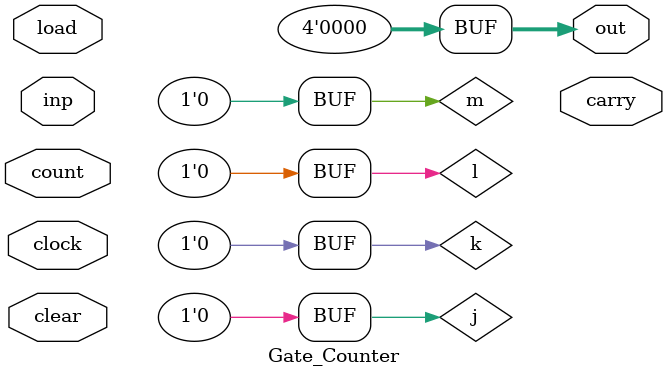
<source format=v>
module Gate_Counter(count, load , inp , clock , clear , out , carry);
  
    input count , load , clock , clear ;
    input [0:3] inp ;
    
    output carry ;
    output [0:3] out=0;
    
    reg [0:3] out;
    
    and(a,count,~load);
    and(b,load,inp[0]);
    and(c,load,~inp[0]);
    and(d,load,inp[1]);
    and(e,load,~inp[1]);
    and(f,load,inp[2]);
    and(g,load,~inp[2]);
    and(h,load,inp[3]);
    and(i,load,~inp[3]);
    and(k,a,out[0]);
    and(l,a,out[0],out[1]);
    and(m,a,out[0],out[1],out[2]);
    and(j,a,out[0],out[1],out[2],out[3]);
    or(n,a,b);
    or(o,a,c);
    or(p,k,d);
    or(q,k,e);
    or(r,l,f);
    or(s,l,g);
    or(t,m,h);
    or(u,m,i);
    JK aa(n,o,clock,clear,out[0]);
    JK bb(p,q,clock,clear,out[1]);
    JK cc(r,s,clock,clear,out[2]);
    JK dd(t,u,clock,clear,out[3]);
  
endmodule

</source>
